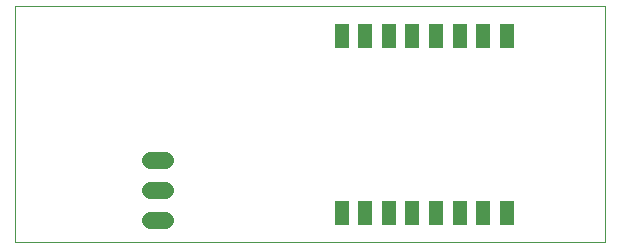
<source format=gbs>
G75*
%MOIN*%
%OFA0B0*%
%FSLAX25Y25*%
%IPPOS*%
%LPD*%
%AMOC8*
5,1,8,0,0,1.08239X$1,22.5*
%
%ADD10C,0.00100*%
%ADD11C,0.05550*%
%ADD12R,0.05124X0.08274*%
D10*
X0024791Y0037936D02*
X0221641Y0037936D01*
X0221641Y0116676D01*
X0024791Y0116676D01*
X0024791Y0037936D01*
D11*
X0069736Y0045125D02*
X0074886Y0045125D01*
X0074886Y0055125D02*
X0069736Y0055125D01*
X0069736Y0065125D02*
X0074886Y0065125D01*
D12*
X0133649Y0047424D03*
X0141523Y0047424D03*
X0149397Y0047424D03*
X0157271Y0047424D03*
X0165145Y0047424D03*
X0173019Y0047424D03*
X0180893Y0047424D03*
X0188767Y0047424D03*
X0188767Y0106479D03*
X0180893Y0106479D03*
X0173019Y0106479D03*
X0165145Y0106479D03*
X0157271Y0106479D03*
X0149397Y0106479D03*
X0141523Y0106479D03*
X0133649Y0106479D03*
M02*

</source>
